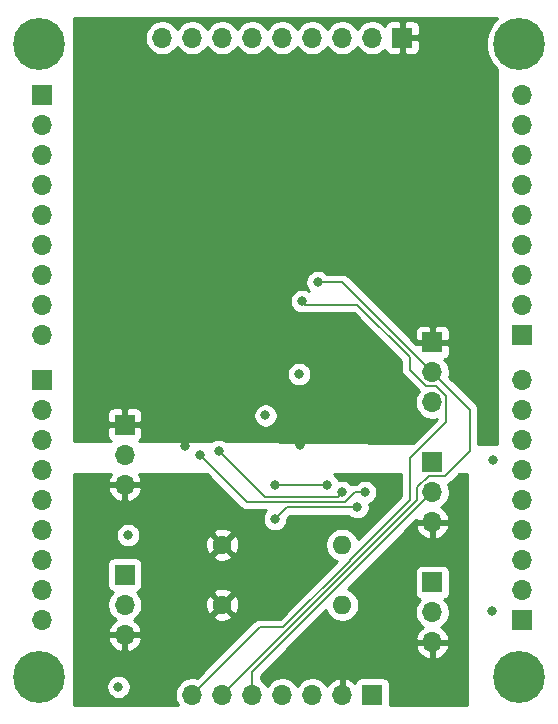
<source format=gbr>
%TF.GenerationSoftware,KiCad,Pcbnew,5.1.10*%
%TF.CreationDate,2021-09-02T21:39:33+02:00*%
%TF.ProjectId,pca9505-breakout.noqfn,70636139-3530-4352-9d62-7265616b6f75,rev?*%
%TF.SameCoordinates,Original*%
%TF.FileFunction,Copper,L4,Bot*%
%TF.FilePolarity,Positive*%
%FSLAX46Y46*%
G04 Gerber Fmt 4.6, Leading zero omitted, Abs format (unit mm)*
G04 Created by KiCad (PCBNEW 5.1.10) date 2021-09-02 21:39:33*
%MOMM*%
%LPD*%
G01*
G04 APERTURE LIST*
%TA.AperFunction,ComponentPad*%
%ADD10O,1.700000X1.700000*%
%TD*%
%TA.AperFunction,ComponentPad*%
%ADD11R,1.700000X1.700000*%
%TD*%
%TA.AperFunction,ComponentPad*%
%ADD12C,4.400000*%
%TD*%
%TA.AperFunction,ComponentPad*%
%ADD13C,0.700000*%
%TD*%
%TA.AperFunction,ComponentPad*%
%ADD14O,1.600000X1.600000*%
%TD*%
%TA.AperFunction,ComponentPad*%
%ADD15C,1.600000*%
%TD*%
%TA.AperFunction,ViaPad*%
%ADD16C,0.800000*%
%TD*%
%TA.AperFunction,Conductor*%
%ADD17C,0.200000*%
%TD*%
%TA.AperFunction,Conductor*%
%ADD18C,0.254000*%
%TD*%
%TA.AperFunction,Conductor*%
%ADD19C,0.100000*%
%TD*%
G04 APERTURE END LIST*
D10*
%TO.P,J5,9*%
%TO.N,/IO3_7*%
X195580000Y-68580000D03*
%TO.P,J5,8*%
%TO.N,/IO3_6*%
X195580000Y-71120000D03*
%TO.P,J5,7*%
%TO.N,/IO3_5*%
X195580000Y-73660000D03*
%TO.P,J5,6*%
%TO.N,/IO3_4*%
X195580000Y-76200000D03*
%TO.P,J5,5*%
%TO.N,/IO3_3*%
X195580000Y-78740000D03*
%TO.P,J5,4*%
%TO.N,/IO3_2*%
X195580000Y-81280000D03*
%TO.P,J5,3*%
%TO.N,/IO3_1*%
X195580000Y-83820000D03*
%TO.P,J5,2*%
%TO.N,/IO3_0*%
X195580000Y-86360000D03*
D11*
%TO.P,J5,1*%
%TO.N,GND*%
X195580000Y-88900000D03*
%TD*%
D10*
%TO.P,J4,9*%
%TO.N,/IO2_7*%
X195580000Y-92710000D03*
%TO.P,J4,8*%
%TO.N,/IO2_6*%
X195580000Y-95250000D03*
%TO.P,J4,7*%
%TO.N,/IO2_5*%
X195580000Y-97790000D03*
%TO.P,J4,6*%
%TO.N,/IO2_4*%
X195580000Y-100330000D03*
%TO.P,J4,5*%
%TO.N,/IO2_3*%
X195580000Y-102870000D03*
%TO.P,J4,4*%
%TO.N,/IO2_2*%
X195580000Y-105410000D03*
%TO.P,J4,3*%
%TO.N,/IO2_1*%
X195580000Y-107950000D03*
%TO.P,J4,2*%
%TO.N,/IO2_0*%
X195580000Y-110490000D03*
D11*
%TO.P,J4,1*%
%TO.N,GND*%
X195580000Y-113030000D03*
%TD*%
D10*
%TO.P,J6,9*%
%TO.N,/IO4_7*%
X165100000Y-63754000D03*
%TO.P,J6,8*%
%TO.N,/IO4_6*%
X167640000Y-63754000D03*
%TO.P,J6,7*%
%TO.N,/IO4_5*%
X170180000Y-63754000D03*
%TO.P,J6,6*%
%TO.N,/IO4_4*%
X172720000Y-63754000D03*
%TO.P,J6,5*%
%TO.N,/IO4_3*%
X175260000Y-63754000D03*
%TO.P,J6,4*%
%TO.N,/IO4_2*%
X177800000Y-63754000D03*
%TO.P,J6,3*%
%TO.N,/IO4_1*%
X180340000Y-63754000D03*
%TO.P,J6,2*%
%TO.N,/IO4_0*%
X182880000Y-63754000D03*
D11*
%TO.P,J6,1*%
%TO.N,GND*%
X185420000Y-63754000D03*
%TD*%
D10*
%TO.P,J3,9*%
%TO.N,/IO1_7*%
X154940000Y-113030000D03*
%TO.P,J3,8*%
%TO.N,/IO1_6*%
X154940000Y-110490000D03*
%TO.P,J3,7*%
%TO.N,/IO1_5*%
X154940000Y-107950000D03*
%TO.P,J3,6*%
%TO.N,/IO1_4*%
X154940000Y-105410000D03*
%TO.P,J3,5*%
%TO.N,/IO1_3*%
X154940000Y-102870000D03*
%TO.P,J3,4*%
%TO.N,/IO1_2*%
X154940000Y-100330000D03*
%TO.P,J3,3*%
%TO.N,/IO1_1*%
X154940000Y-97790000D03*
%TO.P,J3,2*%
%TO.N,/IO1_0*%
X154940000Y-95250000D03*
D11*
%TO.P,J3,1*%
%TO.N,GND*%
X154940000Y-92710000D03*
%TD*%
D10*
%TO.P,J2,9*%
%TO.N,/IO0_7*%
X154940000Y-88900000D03*
%TO.P,J2,8*%
%TO.N,/IO0_6*%
X154940000Y-86360000D03*
%TO.P,J2,7*%
%TO.N,/IO0_5*%
X154940000Y-83820000D03*
%TO.P,J2,6*%
%TO.N,/IO0_4*%
X154940000Y-81280000D03*
%TO.P,J2,5*%
%TO.N,/IO0_3*%
X154940000Y-78740000D03*
%TO.P,J2,4*%
%TO.N,/IO0_2*%
X154940000Y-76200000D03*
%TO.P,J2,3*%
%TO.N,/IO0_1*%
X154940000Y-73660000D03*
%TO.P,J2,2*%
%TO.N,/IO0_0*%
X154940000Y-71120000D03*
D11*
%TO.P,J2,1*%
%TO.N,GND*%
X154940000Y-68580000D03*
%TD*%
D12*
%TO.P,H3,1*%
%TO.N,N/C*%
X195326000Y-64262000D03*
D13*
X196976000Y-64262000D03*
X196492726Y-65428726D03*
X195326000Y-65912000D03*
X194159274Y-65428726D03*
X193676000Y-64262000D03*
X194159274Y-63095274D03*
X195326000Y-62612000D03*
X196492726Y-63095274D03*
%TD*%
D12*
%TO.P,H4,1*%
%TO.N,N/C*%
X195326000Y-117856000D03*
D13*
X196976000Y-117856000D03*
X196492726Y-119022726D03*
X195326000Y-119506000D03*
X194159274Y-119022726D03*
X193676000Y-117856000D03*
X194159274Y-116689274D03*
X195326000Y-116206000D03*
X196492726Y-116689274D03*
%TD*%
D12*
%TO.P,H1,1*%
%TO.N,N/C*%
X154686000Y-64262000D03*
D13*
X156336000Y-64262000D03*
X155852726Y-65428726D03*
X154686000Y-65912000D03*
X153519274Y-65428726D03*
X153036000Y-64262000D03*
X153519274Y-63095274D03*
X154686000Y-62612000D03*
X155852726Y-63095274D03*
%TD*%
D12*
%TO.P,H2,1*%
%TO.N,N/C*%
X154686000Y-117856000D03*
D13*
X156336000Y-117856000D03*
X155852726Y-119022726D03*
X154686000Y-119506000D03*
X153519274Y-119022726D03*
X153036000Y-117856000D03*
X153519274Y-116689274D03*
X154686000Y-116206000D03*
X155852726Y-116689274D03*
%TD*%
D14*
%TO.P,R2 1k6,2*%
%TO.N,/SDA*%
X180340000Y-106680000D03*
D15*
%TO.P,R2 1k6,1*%
%TO.N,Vcc*%
X170180000Y-106680000D03*
%TD*%
D14*
%TO.P,R1 1k6,2*%
%TO.N,/SCL*%
X180340000Y-111760000D03*
D15*
%TO.P,R1 1k6,1*%
%TO.N,Vcc*%
X170180000Y-111760000D03*
%TD*%
D10*
%TO.P,JP5,3*%
%TO.N,Vcc*%
X187960000Y-114935000D03*
%TO.P,JP5,2*%
%TO.N,/A2*%
X187960000Y-112395000D03*
D11*
%TO.P,JP5,1*%
%TO.N,GND*%
X187960000Y-109855000D03*
%TD*%
D10*
%TO.P,JP4,3*%
%TO.N,Vcc*%
X161925000Y-114300000D03*
%TO.P,JP4,2*%
%TO.N,/A1*%
X161925000Y-111760000D03*
D11*
%TO.P,JP4,1*%
%TO.N,GND*%
X161925000Y-109220000D03*
%TD*%
D10*
%TO.P,JP3,3*%
%TO.N,Vcc*%
X161925000Y-101600000D03*
%TO.P,JP3,2*%
%TO.N,/A0*%
X161925000Y-99060000D03*
D11*
%TO.P,JP3,1*%
%TO.N,GND*%
X161925000Y-96520000D03*
%TD*%
D10*
%TO.P,JP2,3*%
%TO.N,Vcc*%
X187960000Y-94615000D03*
%TO.P,JP2,2*%
%TO.N,/~RESET~*%
X187960000Y-92075000D03*
D11*
%TO.P,JP2,1*%
%TO.N,GND*%
X187960000Y-89535000D03*
%TD*%
D10*
%TO.P,JP1,3*%
%TO.N,Vcc*%
X187960000Y-104775000D03*
%TO.P,JP1,2*%
%TO.N,/~OE~*%
X187960000Y-102235000D03*
D11*
%TO.P,JP1,1*%
%TO.N,GND*%
X187960000Y-99695000D03*
%TD*%
D10*
%TO.P,J1,7*%
%TO.N,/~INT~*%
X167640000Y-119380000D03*
%TO.P,J1,6*%
%TO.N,/~RESET~*%
X170180000Y-119380000D03*
%TO.P,J1,5*%
%TO.N,/~OE~*%
X172720000Y-119380000D03*
%TO.P,J1,4*%
%TO.N,/SCL*%
X175260000Y-119380000D03*
%TO.P,J1,3*%
%TO.N,/SDA*%
X177800000Y-119380000D03*
%TO.P,J1,2*%
%TO.N,Vcc*%
X180340000Y-119380000D03*
D11*
%TO.P,J1,1*%
%TO.N,GND*%
X182880000Y-119380000D03*
%TD*%
D16*
%TO.N,/~INT~*%
X176949100Y-86055200D03*
%TO.N,/~RESET~*%
X178260000Y-84455000D03*
%TO.N,GND*%
X176725000Y-98230000D03*
X176685000Y-95730000D03*
X173835000Y-92230000D03*
X173795000Y-89730000D03*
X176530000Y-88900000D03*
X167043100Y-98348800D03*
X159029400Y-63411100D03*
X160528000Y-72136000D03*
X163537900Y-77355700D03*
X169672000Y-80772000D03*
X172720000Y-80772000D03*
X189992000Y-65024000D03*
X187960000Y-68326000D03*
X185928000Y-72136000D03*
X186283600Y-76593700D03*
X185928000Y-80772000D03*
X179324000Y-75184000D03*
X177571400Y-72478900D03*
X193040000Y-112268000D03*
X193116200Y-99529900D03*
X162217100Y-105867200D03*
X161391600Y-118706900D03*
%TO.N,Vcc*%
X176685000Y-92230000D03*
X173835000Y-95730000D03*
X184937400Y-113652300D03*
X179946300Y-114592100D03*
X170281600Y-114782600D03*
X170091100Y-109105700D03*
X169722800Y-102247700D03*
%TO.N,/IO2_3*%
X168275000Y-99060000D03*
X182245000Y-102235000D03*
%TO.N,/IO2_2*%
X181610000Y-103505000D03*
X174625000Y-104521000D03*
%TO.N,/IO2_1*%
X169875000Y-98730000D03*
X180340000Y-102235000D03*
%TO.N,/IO2_0*%
X174625000Y-101600000D03*
X179070000Y-101600000D03*
%TD*%
D17*
%TO.N,/~INT~*%
X177165000Y-86360000D02*
X181610000Y-86360000D01*
X181610000Y-86360000D02*
X186055000Y-90805000D01*
X180975000Y-107950000D02*
X180975000Y-108019302D01*
X186055000Y-102870000D02*
X180975000Y-107950000D01*
X180975000Y-108019302D02*
X175329302Y-113665000D01*
X173355000Y-113665000D02*
X167640000Y-119380000D01*
X175329302Y-113665000D02*
X173355000Y-113665000D01*
X186055000Y-91872002D02*
X186055000Y-90805000D01*
X188272003Y-93225001D02*
X187407999Y-93225001D01*
X189110001Y-94062999D02*
X188272003Y-93225001D01*
X189110001Y-96304997D02*
X189110001Y-94062999D01*
X186055000Y-99359998D02*
X189110001Y-96304997D01*
X187407999Y-93225001D02*
X186055000Y-91872002D01*
X186055000Y-102870000D02*
X186055000Y-99359998D01*
X176949100Y-86144100D02*
X177165000Y-86360000D01*
X176949100Y-86055200D02*
X176949100Y-86144100D01*
%TO.N,/~RESET~*%
X182420000Y-86535000D02*
X187960000Y-92075000D01*
X170180000Y-119380000D02*
X186690000Y-102870000D01*
X189050001Y-100845001D02*
X191135000Y-98760002D01*
X187647997Y-100845001D02*
X189050001Y-100845001D01*
X186690000Y-101802998D02*
X187647997Y-100845001D01*
X186690000Y-102870000D02*
X186690000Y-101802998D01*
X191135000Y-95250000D02*
X187960000Y-92075000D01*
X191135000Y-98760002D02*
X191135000Y-95250000D01*
X178260000Y-84455000D02*
X180340000Y-84455000D01*
X180340000Y-84455000D02*
X187960000Y-92075000D01*
%TO.N,/~OE~*%
X172720000Y-117475000D02*
X172720000Y-119380000D01*
X187960000Y-102235000D02*
X172720000Y-117475000D01*
%TO.N,/IO2_3*%
X172250009Y-103035009D02*
X168275000Y-99060000D01*
X180575993Y-103035009D02*
X172250009Y-103035009D01*
X181376002Y-102235000D02*
X180575993Y-103035009D01*
X182245000Y-102235000D02*
X181376002Y-102235000D01*
%TO.N,/IO2_2*%
X181610000Y-103505000D02*
X175641000Y-103505000D01*
X174625000Y-104521000D02*
X175641000Y-103505000D01*
%TO.N,/IO2_1*%
X179940001Y-102634999D02*
X173779999Y-102634999D01*
X173779999Y-102634999D02*
X169875000Y-98730000D01*
X180340000Y-102235000D02*
X179940001Y-102634999D01*
%TO.N,/IO2_0*%
X174625000Y-101600000D02*
X179070000Y-101600000D01*
%TD*%
D18*
%TO.N,Vcc*%
X190881000Y-120269000D02*
X184364231Y-120269000D01*
X184368072Y-120230000D01*
X184368072Y-118530000D01*
X184355812Y-118405518D01*
X184319502Y-118285820D01*
X184260537Y-118175506D01*
X184181185Y-118078815D01*
X184084494Y-117999463D01*
X183974180Y-117940498D01*
X183854482Y-117904188D01*
X183730000Y-117891928D01*
X182030000Y-117891928D01*
X181905518Y-117904188D01*
X181785820Y-117940498D01*
X181675506Y-117999463D01*
X181578815Y-118078815D01*
X181499463Y-118175506D01*
X181440498Y-118285820D01*
X181416034Y-118366466D01*
X181340269Y-118282412D01*
X181106920Y-118108359D01*
X180844099Y-117983175D01*
X180696890Y-117938524D01*
X180467000Y-118059845D01*
X180467000Y-119253000D01*
X180487000Y-119253000D01*
X180487000Y-119507000D01*
X180467000Y-119507000D01*
X180467000Y-119527000D01*
X180213000Y-119527000D01*
X180213000Y-119507000D01*
X180193000Y-119507000D01*
X180193000Y-119253000D01*
X180213000Y-119253000D01*
X180213000Y-118059845D01*
X179983110Y-117938524D01*
X179835901Y-117983175D01*
X179573080Y-118108359D01*
X179339731Y-118282412D01*
X179144822Y-118498645D01*
X179075195Y-118615534D01*
X178953475Y-118433368D01*
X178746632Y-118226525D01*
X178503411Y-118064010D01*
X178233158Y-117952068D01*
X177946260Y-117895000D01*
X177653740Y-117895000D01*
X177366842Y-117952068D01*
X177096589Y-118064010D01*
X176853368Y-118226525D01*
X176646525Y-118433368D01*
X176530000Y-118607760D01*
X176413475Y-118433368D01*
X176206632Y-118226525D01*
X175963411Y-118064010D01*
X175693158Y-117952068D01*
X175406260Y-117895000D01*
X175113740Y-117895000D01*
X174826842Y-117952068D01*
X174556589Y-118064010D01*
X174313368Y-118226525D01*
X174106525Y-118433368D01*
X173990000Y-118607760D01*
X173873475Y-118433368D01*
X173666632Y-118226525D01*
X173455000Y-118085117D01*
X173455000Y-117779446D01*
X175942556Y-115291890D01*
X186518524Y-115291890D01*
X186563175Y-115439099D01*
X186688359Y-115701920D01*
X186862412Y-115935269D01*
X187078645Y-116130178D01*
X187328748Y-116279157D01*
X187603109Y-116376481D01*
X187833000Y-116255814D01*
X187833000Y-115062000D01*
X188087000Y-115062000D01*
X188087000Y-116255814D01*
X188316891Y-116376481D01*
X188591252Y-116279157D01*
X188841355Y-116130178D01*
X189057588Y-115935269D01*
X189231641Y-115701920D01*
X189356825Y-115439099D01*
X189401476Y-115291890D01*
X189280155Y-115062000D01*
X188087000Y-115062000D01*
X187833000Y-115062000D01*
X186639845Y-115062000D01*
X186518524Y-115291890D01*
X175942556Y-115291890D01*
X178988184Y-112246262D01*
X179068320Y-112439727D01*
X179225363Y-112674759D01*
X179425241Y-112874637D01*
X179660273Y-113031680D01*
X179921426Y-113139853D01*
X180198665Y-113195000D01*
X180481335Y-113195000D01*
X180758574Y-113139853D01*
X181019727Y-113031680D01*
X181254759Y-112874637D01*
X181454637Y-112674759D01*
X181611680Y-112439727D01*
X181719853Y-112178574D01*
X181775000Y-111901335D01*
X181775000Y-111618665D01*
X181719853Y-111341426D01*
X181611680Y-111080273D01*
X181454637Y-110845241D01*
X181254759Y-110645363D01*
X181019727Y-110488320D01*
X180826262Y-110408184D01*
X182229446Y-109005000D01*
X186471928Y-109005000D01*
X186471928Y-110705000D01*
X186484188Y-110829482D01*
X186520498Y-110949180D01*
X186579463Y-111059494D01*
X186658815Y-111156185D01*
X186755506Y-111235537D01*
X186865820Y-111294502D01*
X186938380Y-111316513D01*
X186806525Y-111448368D01*
X186644010Y-111691589D01*
X186532068Y-111961842D01*
X186475000Y-112248740D01*
X186475000Y-112541260D01*
X186532068Y-112828158D01*
X186644010Y-113098411D01*
X186806525Y-113341632D01*
X187013368Y-113548475D01*
X187195534Y-113670195D01*
X187078645Y-113739822D01*
X186862412Y-113934731D01*
X186688359Y-114168080D01*
X186563175Y-114430901D01*
X186518524Y-114578110D01*
X186639845Y-114808000D01*
X187833000Y-114808000D01*
X187833000Y-114788000D01*
X188087000Y-114788000D01*
X188087000Y-114808000D01*
X189280155Y-114808000D01*
X189401476Y-114578110D01*
X189356825Y-114430901D01*
X189231641Y-114168080D01*
X189057588Y-113934731D01*
X188841355Y-113739822D01*
X188724466Y-113670195D01*
X188906632Y-113548475D01*
X189113475Y-113341632D01*
X189275990Y-113098411D01*
X189387932Y-112828158D01*
X189445000Y-112541260D01*
X189445000Y-112248740D01*
X189387932Y-111961842D01*
X189275990Y-111691589D01*
X189113475Y-111448368D01*
X188981620Y-111316513D01*
X189054180Y-111294502D01*
X189164494Y-111235537D01*
X189261185Y-111156185D01*
X189340537Y-111059494D01*
X189399502Y-110949180D01*
X189435812Y-110829482D01*
X189448072Y-110705000D01*
X189448072Y-109005000D01*
X189435812Y-108880518D01*
X189399502Y-108760820D01*
X189340537Y-108650506D01*
X189261185Y-108553815D01*
X189164494Y-108474463D01*
X189054180Y-108415498D01*
X188934482Y-108379188D01*
X188810000Y-108366928D01*
X187110000Y-108366928D01*
X186985518Y-108379188D01*
X186865820Y-108415498D01*
X186755506Y-108474463D01*
X186658815Y-108553815D01*
X186579463Y-108650506D01*
X186520498Y-108760820D01*
X186484188Y-108880518D01*
X186471928Y-109005000D01*
X182229446Y-109005000D01*
X186102556Y-105131890D01*
X186518524Y-105131890D01*
X186563175Y-105279099D01*
X186688359Y-105541920D01*
X186862412Y-105775269D01*
X187078645Y-105970178D01*
X187328748Y-106119157D01*
X187603109Y-106216481D01*
X187833000Y-106095814D01*
X187833000Y-104902000D01*
X188087000Y-104902000D01*
X188087000Y-106095814D01*
X188316891Y-106216481D01*
X188591252Y-106119157D01*
X188841355Y-105970178D01*
X189057588Y-105775269D01*
X189231641Y-105541920D01*
X189356825Y-105279099D01*
X189401476Y-105131890D01*
X189280155Y-104902000D01*
X188087000Y-104902000D01*
X187833000Y-104902000D01*
X186639845Y-104902000D01*
X186518524Y-105131890D01*
X186102556Y-105131890D01*
X186621399Y-104613048D01*
X186639845Y-104648000D01*
X187833000Y-104648000D01*
X187833000Y-104628000D01*
X188087000Y-104628000D01*
X188087000Y-104648000D01*
X189280155Y-104648000D01*
X189401476Y-104418110D01*
X189356825Y-104270901D01*
X189231641Y-104008080D01*
X189057588Y-103774731D01*
X188841355Y-103579822D01*
X188724466Y-103510195D01*
X188906632Y-103388475D01*
X189113475Y-103181632D01*
X189275990Y-102938411D01*
X189387932Y-102668158D01*
X189445000Y-102381260D01*
X189445000Y-102088740D01*
X189387932Y-101801842D01*
X189280749Y-101543077D01*
X189332634Y-101527338D01*
X189460321Y-101459088D01*
X189572239Y-101367239D01*
X189595259Y-101339189D01*
X190223448Y-100711000D01*
X190881000Y-100711000D01*
X190881000Y-120269000D01*
%TA.AperFunction,Conductor*%
D19*
G36*
X190881000Y-120269000D02*
G01*
X184364231Y-120269000D01*
X184368072Y-120230000D01*
X184368072Y-118530000D01*
X184355812Y-118405518D01*
X184319502Y-118285820D01*
X184260537Y-118175506D01*
X184181185Y-118078815D01*
X184084494Y-117999463D01*
X183974180Y-117940498D01*
X183854482Y-117904188D01*
X183730000Y-117891928D01*
X182030000Y-117891928D01*
X181905518Y-117904188D01*
X181785820Y-117940498D01*
X181675506Y-117999463D01*
X181578815Y-118078815D01*
X181499463Y-118175506D01*
X181440498Y-118285820D01*
X181416034Y-118366466D01*
X181340269Y-118282412D01*
X181106920Y-118108359D01*
X180844099Y-117983175D01*
X180696890Y-117938524D01*
X180467000Y-118059845D01*
X180467000Y-119253000D01*
X180487000Y-119253000D01*
X180487000Y-119507000D01*
X180467000Y-119507000D01*
X180467000Y-119527000D01*
X180213000Y-119527000D01*
X180213000Y-119507000D01*
X180193000Y-119507000D01*
X180193000Y-119253000D01*
X180213000Y-119253000D01*
X180213000Y-118059845D01*
X179983110Y-117938524D01*
X179835901Y-117983175D01*
X179573080Y-118108359D01*
X179339731Y-118282412D01*
X179144822Y-118498645D01*
X179075195Y-118615534D01*
X178953475Y-118433368D01*
X178746632Y-118226525D01*
X178503411Y-118064010D01*
X178233158Y-117952068D01*
X177946260Y-117895000D01*
X177653740Y-117895000D01*
X177366842Y-117952068D01*
X177096589Y-118064010D01*
X176853368Y-118226525D01*
X176646525Y-118433368D01*
X176530000Y-118607760D01*
X176413475Y-118433368D01*
X176206632Y-118226525D01*
X175963411Y-118064010D01*
X175693158Y-117952068D01*
X175406260Y-117895000D01*
X175113740Y-117895000D01*
X174826842Y-117952068D01*
X174556589Y-118064010D01*
X174313368Y-118226525D01*
X174106525Y-118433368D01*
X173990000Y-118607760D01*
X173873475Y-118433368D01*
X173666632Y-118226525D01*
X173455000Y-118085117D01*
X173455000Y-117779446D01*
X175942556Y-115291890D01*
X186518524Y-115291890D01*
X186563175Y-115439099D01*
X186688359Y-115701920D01*
X186862412Y-115935269D01*
X187078645Y-116130178D01*
X187328748Y-116279157D01*
X187603109Y-116376481D01*
X187833000Y-116255814D01*
X187833000Y-115062000D01*
X188087000Y-115062000D01*
X188087000Y-116255814D01*
X188316891Y-116376481D01*
X188591252Y-116279157D01*
X188841355Y-116130178D01*
X189057588Y-115935269D01*
X189231641Y-115701920D01*
X189356825Y-115439099D01*
X189401476Y-115291890D01*
X189280155Y-115062000D01*
X188087000Y-115062000D01*
X187833000Y-115062000D01*
X186639845Y-115062000D01*
X186518524Y-115291890D01*
X175942556Y-115291890D01*
X178988184Y-112246262D01*
X179068320Y-112439727D01*
X179225363Y-112674759D01*
X179425241Y-112874637D01*
X179660273Y-113031680D01*
X179921426Y-113139853D01*
X180198665Y-113195000D01*
X180481335Y-113195000D01*
X180758574Y-113139853D01*
X181019727Y-113031680D01*
X181254759Y-112874637D01*
X181454637Y-112674759D01*
X181611680Y-112439727D01*
X181719853Y-112178574D01*
X181775000Y-111901335D01*
X181775000Y-111618665D01*
X181719853Y-111341426D01*
X181611680Y-111080273D01*
X181454637Y-110845241D01*
X181254759Y-110645363D01*
X181019727Y-110488320D01*
X180826262Y-110408184D01*
X182229446Y-109005000D01*
X186471928Y-109005000D01*
X186471928Y-110705000D01*
X186484188Y-110829482D01*
X186520498Y-110949180D01*
X186579463Y-111059494D01*
X186658815Y-111156185D01*
X186755506Y-111235537D01*
X186865820Y-111294502D01*
X186938380Y-111316513D01*
X186806525Y-111448368D01*
X186644010Y-111691589D01*
X186532068Y-111961842D01*
X186475000Y-112248740D01*
X186475000Y-112541260D01*
X186532068Y-112828158D01*
X186644010Y-113098411D01*
X186806525Y-113341632D01*
X187013368Y-113548475D01*
X187195534Y-113670195D01*
X187078645Y-113739822D01*
X186862412Y-113934731D01*
X186688359Y-114168080D01*
X186563175Y-114430901D01*
X186518524Y-114578110D01*
X186639845Y-114808000D01*
X187833000Y-114808000D01*
X187833000Y-114788000D01*
X188087000Y-114788000D01*
X188087000Y-114808000D01*
X189280155Y-114808000D01*
X189401476Y-114578110D01*
X189356825Y-114430901D01*
X189231641Y-114168080D01*
X189057588Y-113934731D01*
X188841355Y-113739822D01*
X188724466Y-113670195D01*
X188906632Y-113548475D01*
X189113475Y-113341632D01*
X189275990Y-113098411D01*
X189387932Y-112828158D01*
X189445000Y-112541260D01*
X189445000Y-112248740D01*
X189387932Y-111961842D01*
X189275990Y-111691589D01*
X189113475Y-111448368D01*
X188981620Y-111316513D01*
X189054180Y-111294502D01*
X189164494Y-111235537D01*
X189261185Y-111156185D01*
X189340537Y-111059494D01*
X189399502Y-110949180D01*
X189435812Y-110829482D01*
X189448072Y-110705000D01*
X189448072Y-109005000D01*
X189435812Y-108880518D01*
X189399502Y-108760820D01*
X189340537Y-108650506D01*
X189261185Y-108553815D01*
X189164494Y-108474463D01*
X189054180Y-108415498D01*
X188934482Y-108379188D01*
X188810000Y-108366928D01*
X187110000Y-108366928D01*
X186985518Y-108379188D01*
X186865820Y-108415498D01*
X186755506Y-108474463D01*
X186658815Y-108553815D01*
X186579463Y-108650506D01*
X186520498Y-108760820D01*
X186484188Y-108880518D01*
X186471928Y-109005000D01*
X182229446Y-109005000D01*
X186102556Y-105131890D01*
X186518524Y-105131890D01*
X186563175Y-105279099D01*
X186688359Y-105541920D01*
X186862412Y-105775269D01*
X187078645Y-105970178D01*
X187328748Y-106119157D01*
X187603109Y-106216481D01*
X187833000Y-106095814D01*
X187833000Y-104902000D01*
X188087000Y-104902000D01*
X188087000Y-106095814D01*
X188316891Y-106216481D01*
X188591252Y-106119157D01*
X188841355Y-105970178D01*
X189057588Y-105775269D01*
X189231641Y-105541920D01*
X189356825Y-105279099D01*
X189401476Y-105131890D01*
X189280155Y-104902000D01*
X188087000Y-104902000D01*
X187833000Y-104902000D01*
X186639845Y-104902000D01*
X186518524Y-105131890D01*
X186102556Y-105131890D01*
X186621399Y-104613048D01*
X186639845Y-104648000D01*
X187833000Y-104648000D01*
X187833000Y-104628000D01*
X188087000Y-104628000D01*
X188087000Y-104648000D01*
X189280155Y-104648000D01*
X189401476Y-104418110D01*
X189356825Y-104270901D01*
X189231641Y-104008080D01*
X189057588Y-103774731D01*
X188841355Y-103579822D01*
X188724466Y-103510195D01*
X188906632Y-103388475D01*
X189113475Y-103181632D01*
X189275990Y-102938411D01*
X189387932Y-102668158D01*
X189445000Y-102381260D01*
X189445000Y-102088740D01*
X189387932Y-101801842D01*
X189280749Y-101543077D01*
X189332634Y-101527338D01*
X189460321Y-101459088D01*
X189572239Y-101367239D01*
X189595259Y-101339189D01*
X190223448Y-100711000D01*
X190881000Y-100711000D01*
X190881000Y-120269000D01*
G37*
%TD.AperFunction*%
D18*
X160653359Y-100833080D02*
X160528175Y-101095901D01*
X160483524Y-101243110D01*
X160604845Y-101473000D01*
X161798000Y-101473000D01*
X161798000Y-101453000D01*
X162052000Y-101453000D01*
X162052000Y-101473000D01*
X163245155Y-101473000D01*
X163366476Y-101243110D01*
X163321825Y-101095901D01*
X163196641Y-100833080D01*
X163105583Y-100711000D01*
X168886554Y-100711000D01*
X171704755Y-103529202D01*
X171727771Y-103557247D01*
X171755815Y-103580262D01*
X171839689Y-103649096D01*
X171967375Y-103717346D01*
X172105924Y-103759374D01*
X172250009Y-103773565D01*
X172286114Y-103770009D01*
X173912280Y-103770009D01*
X173821063Y-103861226D01*
X173707795Y-104030744D01*
X173629774Y-104219102D01*
X173590000Y-104419061D01*
X173590000Y-104622939D01*
X173629774Y-104822898D01*
X173707795Y-105011256D01*
X173821063Y-105180774D01*
X173965226Y-105324937D01*
X174134744Y-105438205D01*
X174323102Y-105516226D01*
X174523061Y-105556000D01*
X174726939Y-105556000D01*
X174926898Y-105516226D01*
X175115256Y-105438205D01*
X175284774Y-105324937D01*
X175428937Y-105180774D01*
X175542205Y-105011256D01*
X175620226Y-104822898D01*
X175660000Y-104622939D01*
X175660000Y-104525447D01*
X175945447Y-104240000D01*
X180881289Y-104240000D01*
X180950226Y-104308937D01*
X181119744Y-104422205D01*
X181308102Y-104500226D01*
X181508061Y-104540000D01*
X181711939Y-104540000D01*
X181911898Y-104500226D01*
X182100256Y-104422205D01*
X182269774Y-104308937D01*
X182413937Y-104164774D01*
X182527205Y-103995256D01*
X182605226Y-103806898D01*
X182645000Y-103606939D01*
X182645000Y-103403061D01*
X182605771Y-103205840D01*
X182735256Y-103152205D01*
X182904774Y-103038937D01*
X183048937Y-102894774D01*
X183162205Y-102725256D01*
X183240226Y-102536898D01*
X183280000Y-102336939D01*
X183280000Y-102133061D01*
X183240226Y-101933102D01*
X183162205Y-101744744D01*
X183048937Y-101575226D01*
X182904774Y-101431063D01*
X182735256Y-101317795D01*
X182546898Y-101239774D01*
X182346939Y-101200000D01*
X182143061Y-101200000D01*
X181943102Y-101239774D01*
X181754744Y-101317795D01*
X181585226Y-101431063D01*
X181516289Y-101500000D01*
X181412107Y-101500000D01*
X181376002Y-101496444D01*
X181231917Y-101510635D01*
X181114856Y-101546145D01*
X180999774Y-101431063D01*
X180830256Y-101317795D01*
X180641898Y-101239774D01*
X180441939Y-101200000D01*
X180238061Y-101200000D01*
X180040840Y-101239229D01*
X179987205Y-101109744D01*
X179873937Y-100940226D01*
X179729774Y-100796063D01*
X179602468Y-100711000D01*
X185320001Y-100711000D01*
X185320000Y-102565553D01*
X181691816Y-106193738D01*
X181611680Y-106000273D01*
X181454637Y-105765241D01*
X181254759Y-105565363D01*
X181019727Y-105408320D01*
X180758574Y-105300147D01*
X180481335Y-105245000D01*
X180198665Y-105245000D01*
X179921426Y-105300147D01*
X179660273Y-105408320D01*
X179425241Y-105565363D01*
X179225363Y-105765241D01*
X179068320Y-106000273D01*
X178960147Y-106261426D01*
X178905000Y-106538665D01*
X178905000Y-106821335D01*
X178960147Y-107098574D01*
X179068320Y-107359727D01*
X179225363Y-107594759D01*
X179425241Y-107794637D01*
X179660273Y-107951680D01*
X179902741Y-108052114D01*
X175024856Y-112930000D01*
X173391105Y-112930000D01*
X173355000Y-112926444D01*
X173210915Y-112940635D01*
X173072366Y-112982663D01*
X172980662Y-113031680D01*
X172944680Y-113050913D01*
X172832762Y-113142762D01*
X172809746Y-113170807D01*
X168035897Y-117944656D01*
X167786260Y-117895000D01*
X167493740Y-117895000D01*
X167206842Y-117952068D01*
X166936589Y-118064010D01*
X166693368Y-118226525D01*
X166486525Y-118433368D01*
X166324010Y-118676589D01*
X166212068Y-118946842D01*
X166155000Y-119233740D01*
X166155000Y-119526260D01*
X166212068Y-119813158D01*
X166324010Y-120083411D01*
X166448017Y-120269000D01*
X157607000Y-120269000D01*
X157607000Y-118604961D01*
X160356600Y-118604961D01*
X160356600Y-118808839D01*
X160396374Y-119008798D01*
X160474395Y-119197156D01*
X160587663Y-119366674D01*
X160731826Y-119510837D01*
X160901344Y-119624105D01*
X161089702Y-119702126D01*
X161289661Y-119741900D01*
X161493539Y-119741900D01*
X161693498Y-119702126D01*
X161881856Y-119624105D01*
X162051374Y-119510837D01*
X162195537Y-119366674D01*
X162308805Y-119197156D01*
X162386826Y-119008798D01*
X162426600Y-118808839D01*
X162426600Y-118604961D01*
X162386826Y-118405002D01*
X162308805Y-118216644D01*
X162195537Y-118047126D01*
X162051374Y-117902963D01*
X161881856Y-117789695D01*
X161693498Y-117711674D01*
X161493539Y-117671900D01*
X161289661Y-117671900D01*
X161089702Y-117711674D01*
X160901344Y-117789695D01*
X160731826Y-117902963D01*
X160587663Y-118047126D01*
X160474395Y-118216644D01*
X160396374Y-118405002D01*
X160356600Y-118604961D01*
X157607000Y-118604961D01*
X157607000Y-114656890D01*
X160483524Y-114656890D01*
X160528175Y-114804099D01*
X160653359Y-115066920D01*
X160827412Y-115300269D01*
X161043645Y-115495178D01*
X161293748Y-115644157D01*
X161568109Y-115741481D01*
X161798000Y-115620814D01*
X161798000Y-114427000D01*
X162052000Y-114427000D01*
X162052000Y-115620814D01*
X162281891Y-115741481D01*
X162556252Y-115644157D01*
X162806355Y-115495178D01*
X163022588Y-115300269D01*
X163196641Y-115066920D01*
X163321825Y-114804099D01*
X163366476Y-114656890D01*
X163245155Y-114427000D01*
X162052000Y-114427000D01*
X161798000Y-114427000D01*
X160604845Y-114427000D01*
X160483524Y-114656890D01*
X157607000Y-114656890D01*
X157607000Y-108370000D01*
X160436928Y-108370000D01*
X160436928Y-110070000D01*
X160449188Y-110194482D01*
X160485498Y-110314180D01*
X160544463Y-110424494D01*
X160623815Y-110521185D01*
X160720506Y-110600537D01*
X160830820Y-110659502D01*
X160903380Y-110681513D01*
X160771525Y-110813368D01*
X160609010Y-111056589D01*
X160497068Y-111326842D01*
X160440000Y-111613740D01*
X160440000Y-111906260D01*
X160497068Y-112193158D01*
X160609010Y-112463411D01*
X160771525Y-112706632D01*
X160978368Y-112913475D01*
X161160534Y-113035195D01*
X161043645Y-113104822D01*
X160827412Y-113299731D01*
X160653359Y-113533080D01*
X160528175Y-113795901D01*
X160483524Y-113943110D01*
X160604845Y-114173000D01*
X161798000Y-114173000D01*
X161798000Y-114153000D01*
X162052000Y-114153000D01*
X162052000Y-114173000D01*
X163245155Y-114173000D01*
X163366476Y-113943110D01*
X163321825Y-113795901D01*
X163196641Y-113533080D01*
X163022588Y-113299731D01*
X162806355Y-113104822D01*
X162689466Y-113035195D01*
X162871632Y-112913475D01*
X163032405Y-112752702D01*
X169366903Y-112752702D01*
X169438486Y-112996671D01*
X169693996Y-113117571D01*
X169968184Y-113186300D01*
X170250512Y-113200217D01*
X170530130Y-113158787D01*
X170796292Y-113063603D01*
X170921514Y-112996671D01*
X170993097Y-112752702D01*
X170180000Y-111939605D01*
X169366903Y-112752702D01*
X163032405Y-112752702D01*
X163078475Y-112706632D01*
X163240990Y-112463411D01*
X163352932Y-112193158D01*
X163410000Y-111906260D01*
X163410000Y-111830512D01*
X168739783Y-111830512D01*
X168781213Y-112110130D01*
X168876397Y-112376292D01*
X168943329Y-112501514D01*
X169187298Y-112573097D01*
X170000395Y-111760000D01*
X170359605Y-111760000D01*
X171172702Y-112573097D01*
X171416671Y-112501514D01*
X171537571Y-112246004D01*
X171606300Y-111971816D01*
X171620217Y-111689488D01*
X171578787Y-111409870D01*
X171483603Y-111143708D01*
X171416671Y-111018486D01*
X171172702Y-110946903D01*
X170359605Y-111760000D01*
X170000395Y-111760000D01*
X169187298Y-110946903D01*
X168943329Y-111018486D01*
X168822429Y-111273996D01*
X168753700Y-111548184D01*
X168739783Y-111830512D01*
X163410000Y-111830512D01*
X163410000Y-111613740D01*
X163352932Y-111326842D01*
X163240990Y-111056589D01*
X163078475Y-110813368D01*
X163032405Y-110767298D01*
X169366903Y-110767298D01*
X170180000Y-111580395D01*
X170993097Y-110767298D01*
X170921514Y-110523329D01*
X170666004Y-110402429D01*
X170391816Y-110333700D01*
X170109488Y-110319783D01*
X169829870Y-110361213D01*
X169563708Y-110456397D01*
X169438486Y-110523329D01*
X169366903Y-110767298D01*
X163032405Y-110767298D01*
X162946620Y-110681513D01*
X163019180Y-110659502D01*
X163129494Y-110600537D01*
X163226185Y-110521185D01*
X163305537Y-110424494D01*
X163364502Y-110314180D01*
X163400812Y-110194482D01*
X163413072Y-110070000D01*
X163413072Y-108370000D01*
X163400812Y-108245518D01*
X163364502Y-108125820D01*
X163305537Y-108015506D01*
X163226185Y-107918815D01*
X163129494Y-107839463D01*
X163019180Y-107780498D01*
X162899482Y-107744188D01*
X162775000Y-107731928D01*
X161075000Y-107731928D01*
X160950518Y-107744188D01*
X160830820Y-107780498D01*
X160720506Y-107839463D01*
X160623815Y-107918815D01*
X160544463Y-108015506D01*
X160485498Y-108125820D01*
X160449188Y-108245518D01*
X160436928Y-108370000D01*
X157607000Y-108370000D01*
X157607000Y-107672702D01*
X169366903Y-107672702D01*
X169438486Y-107916671D01*
X169693996Y-108037571D01*
X169968184Y-108106300D01*
X170250512Y-108120217D01*
X170530130Y-108078787D01*
X170796292Y-107983603D01*
X170921514Y-107916671D01*
X170993097Y-107672702D01*
X170180000Y-106859605D01*
X169366903Y-107672702D01*
X157607000Y-107672702D01*
X157607000Y-105765261D01*
X161182100Y-105765261D01*
X161182100Y-105969139D01*
X161221874Y-106169098D01*
X161299895Y-106357456D01*
X161413163Y-106526974D01*
X161557326Y-106671137D01*
X161726844Y-106784405D01*
X161915202Y-106862426D01*
X162115161Y-106902200D01*
X162319039Y-106902200D01*
X162518998Y-106862426D01*
X162707356Y-106784405D01*
X162758080Y-106750512D01*
X168739783Y-106750512D01*
X168781213Y-107030130D01*
X168876397Y-107296292D01*
X168943329Y-107421514D01*
X169187298Y-107493097D01*
X170000395Y-106680000D01*
X170359605Y-106680000D01*
X171172702Y-107493097D01*
X171416671Y-107421514D01*
X171537571Y-107166004D01*
X171606300Y-106891816D01*
X171620217Y-106609488D01*
X171578787Y-106329870D01*
X171483603Y-106063708D01*
X171416671Y-105938486D01*
X171172702Y-105866903D01*
X170359605Y-106680000D01*
X170000395Y-106680000D01*
X169187298Y-105866903D01*
X168943329Y-105938486D01*
X168822429Y-106193996D01*
X168753700Y-106468184D01*
X168739783Y-106750512D01*
X162758080Y-106750512D01*
X162876874Y-106671137D01*
X163021037Y-106526974D01*
X163134305Y-106357456D01*
X163212326Y-106169098D01*
X163252100Y-105969139D01*
X163252100Y-105765261D01*
X163236593Y-105687298D01*
X169366903Y-105687298D01*
X170180000Y-106500395D01*
X170993097Y-105687298D01*
X170921514Y-105443329D01*
X170666004Y-105322429D01*
X170391816Y-105253700D01*
X170109488Y-105239783D01*
X169829870Y-105281213D01*
X169563708Y-105376397D01*
X169438486Y-105443329D01*
X169366903Y-105687298D01*
X163236593Y-105687298D01*
X163212326Y-105565302D01*
X163134305Y-105376944D01*
X163021037Y-105207426D01*
X162876874Y-105063263D01*
X162707356Y-104949995D01*
X162518998Y-104871974D01*
X162319039Y-104832200D01*
X162115161Y-104832200D01*
X161915202Y-104871974D01*
X161726844Y-104949995D01*
X161557326Y-105063263D01*
X161413163Y-105207426D01*
X161299895Y-105376944D01*
X161221874Y-105565302D01*
X161182100Y-105765261D01*
X157607000Y-105765261D01*
X157607000Y-101956890D01*
X160483524Y-101956890D01*
X160528175Y-102104099D01*
X160653359Y-102366920D01*
X160827412Y-102600269D01*
X161043645Y-102795178D01*
X161293748Y-102944157D01*
X161568109Y-103041481D01*
X161798000Y-102920814D01*
X161798000Y-101727000D01*
X162052000Y-101727000D01*
X162052000Y-102920814D01*
X162281891Y-103041481D01*
X162556252Y-102944157D01*
X162806355Y-102795178D01*
X163022588Y-102600269D01*
X163196641Y-102366920D01*
X163321825Y-102104099D01*
X163366476Y-101956890D01*
X163245155Y-101727000D01*
X162052000Y-101727000D01*
X161798000Y-101727000D01*
X160604845Y-101727000D01*
X160483524Y-101956890D01*
X157607000Y-101956890D01*
X157607000Y-100711000D01*
X160744417Y-100711000D01*
X160653359Y-100833080D01*
%TA.AperFunction,Conductor*%
D19*
G36*
X160653359Y-100833080D02*
G01*
X160528175Y-101095901D01*
X160483524Y-101243110D01*
X160604845Y-101473000D01*
X161798000Y-101473000D01*
X161798000Y-101453000D01*
X162052000Y-101453000D01*
X162052000Y-101473000D01*
X163245155Y-101473000D01*
X163366476Y-101243110D01*
X163321825Y-101095901D01*
X163196641Y-100833080D01*
X163105583Y-100711000D01*
X168886554Y-100711000D01*
X171704755Y-103529202D01*
X171727771Y-103557247D01*
X171755815Y-103580262D01*
X171839689Y-103649096D01*
X171967375Y-103717346D01*
X172105924Y-103759374D01*
X172250009Y-103773565D01*
X172286114Y-103770009D01*
X173912280Y-103770009D01*
X173821063Y-103861226D01*
X173707795Y-104030744D01*
X173629774Y-104219102D01*
X173590000Y-104419061D01*
X173590000Y-104622939D01*
X173629774Y-104822898D01*
X173707795Y-105011256D01*
X173821063Y-105180774D01*
X173965226Y-105324937D01*
X174134744Y-105438205D01*
X174323102Y-105516226D01*
X174523061Y-105556000D01*
X174726939Y-105556000D01*
X174926898Y-105516226D01*
X175115256Y-105438205D01*
X175284774Y-105324937D01*
X175428937Y-105180774D01*
X175542205Y-105011256D01*
X175620226Y-104822898D01*
X175660000Y-104622939D01*
X175660000Y-104525447D01*
X175945447Y-104240000D01*
X180881289Y-104240000D01*
X180950226Y-104308937D01*
X181119744Y-104422205D01*
X181308102Y-104500226D01*
X181508061Y-104540000D01*
X181711939Y-104540000D01*
X181911898Y-104500226D01*
X182100256Y-104422205D01*
X182269774Y-104308937D01*
X182413937Y-104164774D01*
X182527205Y-103995256D01*
X182605226Y-103806898D01*
X182645000Y-103606939D01*
X182645000Y-103403061D01*
X182605771Y-103205840D01*
X182735256Y-103152205D01*
X182904774Y-103038937D01*
X183048937Y-102894774D01*
X183162205Y-102725256D01*
X183240226Y-102536898D01*
X183280000Y-102336939D01*
X183280000Y-102133061D01*
X183240226Y-101933102D01*
X183162205Y-101744744D01*
X183048937Y-101575226D01*
X182904774Y-101431063D01*
X182735256Y-101317795D01*
X182546898Y-101239774D01*
X182346939Y-101200000D01*
X182143061Y-101200000D01*
X181943102Y-101239774D01*
X181754744Y-101317795D01*
X181585226Y-101431063D01*
X181516289Y-101500000D01*
X181412107Y-101500000D01*
X181376002Y-101496444D01*
X181231917Y-101510635D01*
X181114856Y-101546145D01*
X180999774Y-101431063D01*
X180830256Y-101317795D01*
X180641898Y-101239774D01*
X180441939Y-101200000D01*
X180238061Y-101200000D01*
X180040840Y-101239229D01*
X179987205Y-101109744D01*
X179873937Y-100940226D01*
X179729774Y-100796063D01*
X179602468Y-100711000D01*
X185320001Y-100711000D01*
X185320000Y-102565553D01*
X181691816Y-106193738D01*
X181611680Y-106000273D01*
X181454637Y-105765241D01*
X181254759Y-105565363D01*
X181019727Y-105408320D01*
X180758574Y-105300147D01*
X180481335Y-105245000D01*
X180198665Y-105245000D01*
X179921426Y-105300147D01*
X179660273Y-105408320D01*
X179425241Y-105565363D01*
X179225363Y-105765241D01*
X179068320Y-106000273D01*
X178960147Y-106261426D01*
X178905000Y-106538665D01*
X178905000Y-106821335D01*
X178960147Y-107098574D01*
X179068320Y-107359727D01*
X179225363Y-107594759D01*
X179425241Y-107794637D01*
X179660273Y-107951680D01*
X179902741Y-108052114D01*
X175024856Y-112930000D01*
X173391105Y-112930000D01*
X173355000Y-112926444D01*
X173210915Y-112940635D01*
X173072366Y-112982663D01*
X172980662Y-113031680D01*
X172944680Y-113050913D01*
X172832762Y-113142762D01*
X172809746Y-113170807D01*
X168035897Y-117944656D01*
X167786260Y-117895000D01*
X167493740Y-117895000D01*
X167206842Y-117952068D01*
X166936589Y-118064010D01*
X166693368Y-118226525D01*
X166486525Y-118433368D01*
X166324010Y-118676589D01*
X166212068Y-118946842D01*
X166155000Y-119233740D01*
X166155000Y-119526260D01*
X166212068Y-119813158D01*
X166324010Y-120083411D01*
X166448017Y-120269000D01*
X157607000Y-120269000D01*
X157607000Y-118604961D01*
X160356600Y-118604961D01*
X160356600Y-118808839D01*
X160396374Y-119008798D01*
X160474395Y-119197156D01*
X160587663Y-119366674D01*
X160731826Y-119510837D01*
X160901344Y-119624105D01*
X161089702Y-119702126D01*
X161289661Y-119741900D01*
X161493539Y-119741900D01*
X161693498Y-119702126D01*
X161881856Y-119624105D01*
X162051374Y-119510837D01*
X162195537Y-119366674D01*
X162308805Y-119197156D01*
X162386826Y-119008798D01*
X162426600Y-118808839D01*
X162426600Y-118604961D01*
X162386826Y-118405002D01*
X162308805Y-118216644D01*
X162195537Y-118047126D01*
X162051374Y-117902963D01*
X161881856Y-117789695D01*
X161693498Y-117711674D01*
X161493539Y-117671900D01*
X161289661Y-117671900D01*
X161089702Y-117711674D01*
X160901344Y-117789695D01*
X160731826Y-117902963D01*
X160587663Y-118047126D01*
X160474395Y-118216644D01*
X160396374Y-118405002D01*
X160356600Y-118604961D01*
X157607000Y-118604961D01*
X157607000Y-114656890D01*
X160483524Y-114656890D01*
X160528175Y-114804099D01*
X160653359Y-115066920D01*
X160827412Y-115300269D01*
X161043645Y-115495178D01*
X161293748Y-115644157D01*
X161568109Y-115741481D01*
X161798000Y-115620814D01*
X161798000Y-114427000D01*
X162052000Y-114427000D01*
X162052000Y-115620814D01*
X162281891Y-115741481D01*
X162556252Y-115644157D01*
X162806355Y-115495178D01*
X163022588Y-115300269D01*
X163196641Y-115066920D01*
X163321825Y-114804099D01*
X163366476Y-114656890D01*
X163245155Y-114427000D01*
X162052000Y-114427000D01*
X161798000Y-114427000D01*
X160604845Y-114427000D01*
X160483524Y-114656890D01*
X157607000Y-114656890D01*
X157607000Y-108370000D01*
X160436928Y-108370000D01*
X160436928Y-110070000D01*
X160449188Y-110194482D01*
X160485498Y-110314180D01*
X160544463Y-110424494D01*
X160623815Y-110521185D01*
X160720506Y-110600537D01*
X160830820Y-110659502D01*
X160903380Y-110681513D01*
X160771525Y-110813368D01*
X160609010Y-111056589D01*
X160497068Y-111326842D01*
X160440000Y-111613740D01*
X160440000Y-111906260D01*
X160497068Y-112193158D01*
X160609010Y-112463411D01*
X160771525Y-112706632D01*
X160978368Y-112913475D01*
X161160534Y-113035195D01*
X161043645Y-113104822D01*
X160827412Y-113299731D01*
X160653359Y-113533080D01*
X160528175Y-113795901D01*
X160483524Y-113943110D01*
X160604845Y-114173000D01*
X161798000Y-114173000D01*
X161798000Y-114153000D01*
X162052000Y-114153000D01*
X162052000Y-114173000D01*
X163245155Y-114173000D01*
X163366476Y-113943110D01*
X163321825Y-113795901D01*
X163196641Y-113533080D01*
X163022588Y-113299731D01*
X162806355Y-113104822D01*
X162689466Y-113035195D01*
X162871632Y-112913475D01*
X163032405Y-112752702D01*
X169366903Y-112752702D01*
X169438486Y-112996671D01*
X169693996Y-113117571D01*
X169968184Y-113186300D01*
X170250512Y-113200217D01*
X170530130Y-113158787D01*
X170796292Y-113063603D01*
X170921514Y-112996671D01*
X170993097Y-112752702D01*
X170180000Y-111939605D01*
X169366903Y-112752702D01*
X163032405Y-112752702D01*
X163078475Y-112706632D01*
X163240990Y-112463411D01*
X163352932Y-112193158D01*
X163410000Y-111906260D01*
X163410000Y-111830512D01*
X168739783Y-111830512D01*
X168781213Y-112110130D01*
X168876397Y-112376292D01*
X168943329Y-112501514D01*
X169187298Y-112573097D01*
X170000395Y-111760000D01*
X170359605Y-111760000D01*
X171172702Y-112573097D01*
X171416671Y-112501514D01*
X171537571Y-112246004D01*
X171606300Y-111971816D01*
X171620217Y-111689488D01*
X171578787Y-111409870D01*
X171483603Y-111143708D01*
X171416671Y-111018486D01*
X171172702Y-110946903D01*
X170359605Y-111760000D01*
X170000395Y-111760000D01*
X169187298Y-110946903D01*
X168943329Y-111018486D01*
X168822429Y-111273996D01*
X168753700Y-111548184D01*
X168739783Y-111830512D01*
X163410000Y-111830512D01*
X163410000Y-111613740D01*
X163352932Y-111326842D01*
X163240990Y-111056589D01*
X163078475Y-110813368D01*
X163032405Y-110767298D01*
X169366903Y-110767298D01*
X170180000Y-111580395D01*
X170993097Y-110767298D01*
X170921514Y-110523329D01*
X170666004Y-110402429D01*
X170391816Y-110333700D01*
X170109488Y-110319783D01*
X169829870Y-110361213D01*
X169563708Y-110456397D01*
X169438486Y-110523329D01*
X169366903Y-110767298D01*
X163032405Y-110767298D01*
X162946620Y-110681513D01*
X163019180Y-110659502D01*
X163129494Y-110600537D01*
X163226185Y-110521185D01*
X163305537Y-110424494D01*
X163364502Y-110314180D01*
X163400812Y-110194482D01*
X163413072Y-110070000D01*
X163413072Y-108370000D01*
X163400812Y-108245518D01*
X163364502Y-108125820D01*
X163305537Y-108015506D01*
X163226185Y-107918815D01*
X163129494Y-107839463D01*
X163019180Y-107780498D01*
X162899482Y-107744188D01*
X162775000Y-107731928D01*
X161075000Y-107731928D01*
X160950518Y-107744188D01*
X160830820Y-107780498D01*
X160720506Y-107839463D01*
X160623815Y-107918815D01*
X160544463Y-108015506D01*
X160485498Y-108125820D01*
X160449188Y-108245518D01*
X160436928Y-108370000D01*
X157607000Y-108370000D01*
X157607000Y-107672702D01*
X169366903Y-107672702D01*
X169438486Y-107916671D01*
X169693996Y-108037571D01*
X169968184Y-108106300D01*
X170250512Y-108120217D01*
X170530130Y-108078787D01*
X170796292Y-107983603D01*
X170921514Y-107916671D01*
X170993097Y-107672702D01*
X170180000Y-106859605D01*
X169366903Y-107672702D01*
X157607000Y-107672702D01*
X157607000Y-105765261D01*
X161182100Y-105765261D01*
X161182100Y-105969139D01*
X161221874Y-106169098D01*
X161299895Y-106357456D01*
X161413163Y-106526974D01*
X161557326Y-106671137D01*
X161726844Y-106784405D01*
X161915202Y-106862426D01*
X162115161Y-106902200D01*
X162319039Y-106902200D01*
X162518998Y-106862426D01*
X162707356Y-106784405D01*
X162758080Y-106750512D01*
X168739783Y-106750512D01*
X168781213Y-107030130D01*
X168876397Y-107296292D01*
X168943329Y-107421514D01*
X169187298Y-107493097D01*
X170000395Y-106680000D01*
X170359605Y-106680000D01*
X171172702Y-107493097D01*
X171416671Y-107421514D01*
X171537571Y-107166004D01*
X171606300Y-106891816D01*
X171620217Y-106609488D01*
X171578787Y-106329870D01*
X171483603Y-106063708D01*
X171416671Y-105938486D01*
X171172702Y-105866903D01*
X170359605Y-106680000D01*
X170000395Y-106680000D01*
X169187298Y-105866903D01*
X168943329Y-105938486D01*
X168822429Y-106193996D01*
X168753700Y-106468184D01*
X168739783Y-106750512D01*
X162758080Y-106750512D01*
X162876874Y-106671137D01*
X163021037Y-106526974D01*
X163134305Y-106357456D01*
X163212326Y-106169098D01*
X163252100Y-105969139D01*
X163252100Y-105765261D01*
X163236593Y-105687298D01*
X169366903Y-105687298D01*
X170180000Y-106500395D01*
X170993097Y-105687298D01*
X170921514Y-105443329D01*
X170666004Y-105322429D01*
X170391816Y-105253700D01*
X170109488Y-105239783D01*
X169829870Y-105281213D01*
X169563708Y-105376397D01*
X169438486Y-105443329D01*
X169366903Y-105687298D01*
X163236593Y-105687298D01*
X163212326Y-105565302D01*
X163134305Y-105376944D01*
X163021037Y-105207426D01*
X162876874Y-105063263D01*
X162707356Y-104949995D01*
X162518998Y-104871974D01*
X162319039Y-104832200D01*
X162115161Y-104832200D01*
X161915202Y-104871974D01*
X161726844Y-104949995D01*
X161557326Y-105063263D01*
X161413163Y-105207426D01*
X161299895Y-105376944D01*
X161221874Y-105565302D01*
X161182100Y-105765261D01*
X157607000Y-105765261D01*
X157607000Y-101956890D01*
X160483524Y-101956890D01*
X160528175Y-102104099D01*
X160653359Y-102366920D01*
X160827412Y-102600269D01*
X161043645Y-102795178D01*
X161293748Y-102944157D01*
X161568109Y-103041481D01*
X161798000Y-102920814D01*
X161798000Y-101727000D01*
X162052000Y-101727000D01*
X162052000Y-102920814D01*
X162281891Y-103041481D01*
X162556252Y-102944157D01*
X162806355Y-102795178D01*
X163022588Y-102600269D01*
X163196641Y-102366920D01*
X163321825Y-102104099D01*
X163366476Y-101956890D01*
X163245155Y-101727000D01*
X162052000Y-101727000D01*
X161798000Y-101727000D01*
X160604845Y-101727000D01*
X160483524Y-101956890D01*
X157607000Y-101956890D01*
X157607000Y-100711000D01*
X160744417Y-100711000D01*
X160653359Y-100833080D01*
G37*
%TD.AperFunction*%
%TD*%
D18*
%TO.N,GND*%
X193421000Y-62157705D02*
X193123912Y-62454793D01*
X192813656Y-62919124D01*
X192599948Y-63435061D01*
X192491000Y-63982777D01*
X192491000Y-64541223D01*
X192599948Y-65088939D01*
X192813656Y-65604876D01*
X193123912Y-66069207D01*
X193421000Y-66366295D01*
X193421000Y-98169548D01*
X191870000Y-98151923D01*
X191870000Y-95286104D01*
X191873556Y-95249999D01*
X191859365Y-95105914D01*
X191836921Y-95031928D01*
X191817337Y-94967367D01*
X191749087Y-94839680D01*
X191657238Y-94727762D01*
X191629193Y-94704746D01*
X189395344Y-92470897D01*
X189445000Y-92221260D01*
X189445000Y-91928740D01*
X189387932Y-91641842D01*
X189275990Y-91371589D01*
X189113475Y-91128368D01*
X188981620Y-90996513D01*
X189054180Y-90974502D01*
X189164494Y-90915537D01*
X189261185Y-90836185D01*
X189340537Y-90739494D01*
X189399502Y-90629180D01*
X189435812Y-90509482D01*
X189448072Y-90385000D01*
X189445000Y-89820750D01*
X189286250Y-89662000D01*
X188087000Y-89662000D01*
X188087000Y-89682000D01*
X187833000Y-89682000D01*
X187833000Y-89662000D01*
X186633750Y-89662000D01*
X186610098Y-89685652D01*
X186173697Y-89249250D01*
X185609447Y-88685000D01*
X186471928Y-88685000D01*
X186475000Y-89249250D01*
X186633750Y-89408000D01*
X187833000Y-89408000D01*
X187833000Y-88208750D01*
X188087000Y-88208750D01*
X188087000Y-89408000D01*
X189286250Y-89408000D01*
X189445000Y-89249250D01*
X189448072Y-88685000D01*
X189435812Y-88560518D01*
X189399502Y-88440820D01*
X189340537Y-88330506D01*
X189261185Y-88233815D01*
X189164494Y-88154463D01*
X189054180Y-88095498D01*
X188934482Y-88059188D01*
X188810000Y-88046928D01*
X188245750Y-88050000D01*
X188087000Y-88208750D01*
X187833000Y-88208750D01*
X187674250Y-88050000D01*
X187110000Y-88046928D01*
X186985518Y-88059188D01*
X186865820Y-88095498D01*
X186755506Y-88154463D01*
X186658815Y-88233815D01*
X186579463Y-88330506D01*
X186520498Y-88440820D01*
X186484188Y-88560518D01*
X186471928Y-88685000D01*
X185609447Y-88685000D01*
X180885259Y-83960813D01*
X180862238Y-83932762D01*
X180750320Y-83840913D01*
X180622633Y-83772663D01*
X180484085Y-83730635D01*
X180376105Y-83720000D01*
X180340000Y-83716444D01*
X180303895Y-83720000D01*
X178988711Y-83720000D01*
X178919774Y-83651063D01*
X178750256Y-83537795D01*
X178561898Y-83459774D01*
X178361939Y-83420000D01*
X178158061Y-83420000D01*
X177958102Y-83459774D01*
X177769744Y-83537795D01*
X177600226Y-83651063D01*
X177456063Y-83795226D01*
X177342795Y-83964744D01*
X177264774Y-84153102D01*
X177225000Y-84353061D01*
X177225000Y-84556939D01*
X177264774Y-84756898D01*
X177342795Y-84945256D01*
X177456063Y-85114774D01*
X177559685Y-85218396D01*
X177439356Y-85137995D01*
X177250998Y-85059974D01*
X177051039Y-85020200D01*
X176847161Y-85020200D01*
X176647202Y-85059974D01*
X176458844Y-85137995D01*
X176289326Y-85251263D01*
X176145163Y-85395426D01*
X176031895Y-85564944D01*
X175953874Y-85753302D01*
X175914100Y-85953261D01*
X175914100Y-86157139D01*
X175953874Y-86357098D01*
X176031895Y-86545456D01*
X176145163Y-86714974D01*
X176289326Y-86859137D01*
X176458844Y-86972405D01*
X176647202Y-87050426D01*
X176847161Y-87090200D01*
X177051039Y-87090200D01*
X177060683Y-87088282D01*
X177165000Y-87098556D01*
X177201105Y-87095000D01*
X181305554Y-87095000D01*
X185320001Y-91109448D01*
X185320000Y-91835896D01*
X185316444Y-91872002D01*
X185320000Y-91908106D01*
X185330635Y-92016086D01*
X185372663Y-92154634D01*
X185440913Y-92282321D01*
X185532762Y-92394239D01*
X185560808Y-92417256D01*
X186809222Y-93665671D01*
X186806525Y-93668368D01*
X186644010Y-93911589D01*
X186532068Y-94181842D01*
X186475000Y-94468740D01*
X186475000Y-94761260D01*
X186532068Y-95048158D01*
X186644010Y-95318411D01*
X186806525Y-95561632D01*
X187013368Y-95768475D01*
X187256589Y-95930990D01*
X187526842Y-96042932D01*
X187813740Y-96100000D01*
X188106260Y-96100000D01*
X188317587Y-96057964D01*
X186287071Y-98088481D01*
X171197443Y-97917008D01*
X171196000Y-97917000D01*
X170521210Y-97917000D01*
X170365256Y-97812795D01*
X170176898Y-97734774D01*
X169976939Y-97695000D01*
X169773061Y-97695000D01*
X169573102Y-97734774D01*
X169384744Y-97812795D01*
X169228790Y-97917000D01*
X163098694Y-97917000D01*
X163129494Y-97900537D01*
X163226185Y-97821185D01*
X163305537Y-97724494D01*
X163364502Y-97614180D01*
X163400812Y-97494482D01*
X163413072Y-97370000D01*
X163410000Y-96805750D01*
X163251250Y-96647000D01*
X162052000Y-96647000D01*
X162052000Y-96667000D01*
X161798000Y-96667000D01*
X161798000Y-96647000D01*
X160598750Y-96647000D01*
X160440000Y-96805750D01*
X160436928Y-97370000D01*
X160449188Y-97494482D01*
X160485498Y-97614180D01*
X160544463Y-97724494D01*
X160623815Y-97821185D01*
X160720506Y-97900537D01*
X160751306Y-97917000D01*
X157607000Y-97917000D01*
X157607000Y-95670000D01*
X160436928Y-95670000D01*
X160440000Y-96234250D01*
X160598750Y-96393000D01*
X161798000Y-96393000D01*
X161798000Y-95193750D01*
X162052000Y-95193750D01*
X162052000Y-96393000D01*
X163251250Y-96393000D01*
X163410000Y-96234250D01*
X163413072Y-95670000D01*
X163408942Y-95628061D01*
X172800000Y-95628061D01*
X172800000Y-95831939D01*
X172839774Y-96031898D01*
X172917795Y-96220256D01*
X173031063Y-96389774D01*
X173175226Y-96533937D01*
X173344744Y-96647205D01*
X173533102Y-96725226D01*
X173733061Y-96765000D01*
X173936939Y-96765000D01*
X174136898Y-96725226D01*
X174325256Y-96647205D01*
X174494774Y-96533937D01*
X174638937Y-96389774D01*
X174752205Y-96220256D01*
X174830226Y-96031898D01*
X174870000Y-95831939D01*
X174870000Y-95628061D01*
X174830226Y-95428102D01*
X174752205Y-95239744D01*
X174638937Y-95070226D01*
X174494774Y-94926063D01*
X174325256Y-94812795D01*
X174136898Y-94734774D01*
X173936939Y-94695000D01*
X173733061Y-94695000D01*
X173533102Y-94734774D01*
X173344744Y-94812795D01*
X173175226Y-94926063D01*
X173031063Y-95070226D01*
X172917795Y-95239744D01*
X172839774Y-95428102D01*
X172800000Y-95628061D01*
X163408942Y-95628061D01*
X163400812Y-95545518D01*
X163364502Y-95425820D01*
X163305537Y-95315506D01*
X163226185Y-95218815D01*
X163129494Y-95139463D01*
X163019180Y-95080498D01*
X162899482Y-95044188D01*
X162775000Y-95031928D01*
X162210750Y-95035000D01*
X162052000Y-95193750D01*
X161798000Y-95193750D01*
X161639250Y-95035000D01*
X161075000Y-95031928D01*
X160950518Y-95044188D01*
X160830820Y-95080498D01*
X160720506Y-95139463D01*
X160623815Y-95218815D01*
X160544463Y-95315506D01*
X160485498Y-95425820D01*
X160449188Y-95545518D01*
X160436928Y-95670000D01*
X157607000Y-95670000D01*
X157607000Y-92128061D01*
X175650000Y-92128061D01*
X175650000Y-92331939D01*
X175689774Y-92531898D01*
X175767795Y-92720256D01*
X175881063Y-92889774D01*
X176025226Y-93033937D01*
X176194744Y-93147205D01*
X176383102Y-93225226D01*
X176583061Y-93265000D01*
X176786939Y-93265000D01*
X176986898Y-93225226D01*
X177175256Y-93147205D01*
X177344774Y-93033937D01*
X177488937Y-92889774D01*
X177602205Y-92720256D01*
X177680226Y-92531898D01*
X177720000Y-92331939D01*
X177720000Y-92128061D01*
X177680226Y-91928102D01*
X177602205Y-91739744D01*
X177488937Y-91570226D01*
X177344774Y-91426063D01*
X177175256Y-91312795D01*
X176986898Y-91234774D01*
X176786939Y-91195000D01*
X176583061Y-91195000D01*
X176383102Y-91234774D01*
X176194744Y-91312795D01*
X176025226Y-91426063D01*
X175881063Y-91570226D01*
X175767795Y-91739744D01*
X175689774Y-91928102D01*
X175650000Y-92128061D01*
X157607000Y-92128061D01*
X157607000Y-63607740D01*
X163615000Y-63607740D01*
X163615000Y-63900260D01*
X163672068Y-64187158D01*
X163784010Y-64457411D01*
X163946525Y-64700632D01*
X164153368Y-64907475D01*
X164396589Y-65069990D01*
X164666842Y-65181932D01*
X164953740Y-65239000D01*
X165246260Y-65239000D01*
X165533158Y-65181932D01*
X165803411Y-65069990D01*
X166046632Y-64907475D01*
X166253475Y-64700632D01*
X166370000Y-64526240D01*
X166486525Y-64700632D01*
X166693368Y-64907475D01*
X166936589Y-65069990D01*
X167206842Y-65181932D01*
X167493740Y-65239000D01*
X167786260Y-65239000D01*
X168073158Y-65181932D01*
X168343411Y-65069990D01*
X168586632Y-64907475D01*
X168793475Y-64700632D01*
X168910000Y-64526240D01*
X169026525Y-64700632D01*
X169233368Y-64907475D01*
X169476589Y-65069990D01*
X169746842Y-65181932D01*
X170033740Y-65239000D01*
X170326260Y-65239000D01*
X170613158Y-65181932D01*
X170883411Y-65069990D01*
X171126632Y-64907475D01*
X171333475Y-64700632D01*
X171450000Y-64526240D01*
X171566525Y-64700632D01*
X171773368Y-64907475D01*
X172016589Y-65069990D01*
X172286842Y-65181932D01*
X172573740Y-65239000D01*
X172866260Y-65239000D01*
X173153158Y-65181932D01*
X173423411Y-65069990D01*
X173666632Y-64907475D01*
X173873475Y-64700632D01*
X173990000Y-64526240D01*
X174106525Y-64700632D01*
X174313368Y-64907475D01*
X174556589Y-65069990D01*
X174826842Y-65181932D01*
X175113740Y-65239000D01*
X175406260Y-65239000D01*
X175693158Y-65181932D01*
X175963411Y-65069990D01*
X176206632Y-64907475D01*
X176413475Y-64700632D01*
X176530000Y-64526240D01*
X176646525Y-64700632D01*
X176853368Y-64907475D01*
X177096589Y-65069990D01*
X177366842Y-65181932D01*
X177653740Y-65239000D01*
X177946260Y-65239000D01*
X178233158Y-65181932D01*
X178503411Y-65069990D01*
X178746632Y-64907475D01*
X178953475Y-64700632D01*
X179070000Y-64526240D01*
X179186525Y-64700632D01*
X179393368Y-64907475D01*
X179636589Y-65069990D01*
X179906842Y-65181932D01*
X180193740Y-65239000D01*
X180486260Y-65239000D01*
X180773158Y-65181932D01*
X181043411Y-65069990D01*
X181286632Y-64907475D01*
X181493475Y-64700632D01*
X181610000Y-64526240D01*
X181726525Y-64700632D01*
X181933368Y-64907475D01*
X182176589Y-65069990D01*
X182446842Y-65181932D01*
X182733740Y-65239000D01*
X183026260Y-65239000D01*
X183313158Y-65181932D01*
X183583411Y-65069990D01*
X183826632Y-64907475D01*
X183958487Y-64775620D01*
X183980498Y-64848180D01*
X184039463Y-64958494D01*
X184118815Y-65055185D01*
X184215506Y-65134537D01*
X184325820Y-65193502D01*
X184445518Y-65229812D01*
X184570000Y-65242072D01*
X185134250Y-65239000D01*
X185293000Y-65080250D01*
X185293000Y-63881000D01*
X185547000Y-63881000D01*
X185547000Y-65080250D01*
X185705750Y-65239000D01*
X186270000Y-65242072D01*
X186394482Y-65229812D01*
X186514180Y-65193502D01*
X186624494Y-65134537D01*
X186721185Y-65055185D01*
X186800537Y-64958494D01*
X186859502Y-64848180D01*
X186895812Y-64728482D01*
X186908072Y-64604000D01*
X186905000Y-64039750D01*
X186746250Y-63881000D01*
X185547000Y-63881000D01*
X185293000Y-63881000D01*
X185273000Y-63881000D01*
X185273000Y-63627000D01*
X185293000Y-63627000D01*
X185293000Y-62427750D01*
X185547000Y-62427750D01*
X185547000Y-63627000D01*
X186746250Y-63627000D01*
X186905000Y-63468250D01*
X186908072Y-62904000D01*
X186895812Y-62779518D01*
X186859502Y-62659820D01*
X186800537Y-62549506D01*
X186721185Y-62452815D01*
X186624494Y-62373463D01*
X186514180Y-62314498D01*
X186394482Y-62278188D01*
X186270000Y-62265928D01*
X185705750Y-62269000D01*
X185547000Y-62427750D01*
X185293000Y-62427750D01*
X185134250Y-62269000D01*
X184570000Y-62265928D01*
X184445518Y-62278188D01*
X184325820Y-62314498D01*
X184215506Y-62373463D01*
X184118815Y-62452815D01*
X184039463Y-62549506D01*
X183980498Y-62659820D01*
X183958487Y-62732380D01*
X183826632Y-62600525D01*
X183583411Y-62438010D01*
X183313158Y-62326068D01*
X183026260Y-62269000D01*
X182733740Y-62269000D01*
X182446842Y-62326068D01*
X182176589Y-62438010D01*
X181933368Y-62600525D01*
X181726525Y-62807368D01*
X181610000Y-62981760D01*
X181493475Y-62807368D01*
X181286632Y-62600525D01*
X181043411Y-62438010D01*
X180773158Y-62326068D01*
X180486260Y-62269000D01*
X180193740Y-62269000D01*
X179906842Y-62326068D01*
X179636589Y-62438010D01*
X179393368Y-62600525D01*
X179186525Y-62807368D01*
X179070000Y-62981760D01*
X178953475Y-62807368D01*
X178746632Y-62600525D01*
X178503411Y-62438010D01*
X178233158Y-62326068D01*
X177946260Y-62269000D01*
X177653740Y-62269000D01*
X177366842Y-62326068D01*
X177096589Y-62438010D01*
X176853368Y-62600525D01*
X176646525Y-62807368D01*
X176530000Y-62981760D01*
X176413475Y-62807368D01*
X176206632Y-62600525D01*
X175963411Y-62438010D01*
X175693158Y-62326068D01*
X175406260Y-62269000D01*
X175113740Y-62269000D01*
X174826842Y-62326068D01*
X174556589Y-62438010D01*
X174313368Y-62600525D01*
X174106525Y-62807368D01*
X173990000Y-62981760D01*
X173873475Y-62807368D01*
X173666632Y-62600525D01*
X173423411Y-62438010D01*
X173153158Y-62326068D01*
X172866260Y-62269000D01*
X172573740Y-62269000D01*
X172286842Y-62326068D01*
X172016589Y-62438010D01*
X171773368Y-62600525D01*
X171566525Y-62807368D01*
X171450000Y-62981760D01*
X171333475Y-62807368D01*
X171126632Y-62600525D01*
X170883411Y-62438010D01*
X170613158Y-62326068D01*
X170326260Y-62269000D01*
X170033740Y-62269000D01*
X169746842Y-62326068D01*
X169476589Y-62438010D01*
X169233368Y-62600525D01*
X169026525Y-62807368D01*
X168910000Y-62981760D01*
X168793475Y-62807368D01*
X168586632Y-62600525D01*
X168343411Y-62438010D01*
X168073158Y-62326068D01*
X167786260Y-62269000D01*
X167493740Y-62269000D01*
X167206842Y-62326068D01*
X166936589Y-62438010D01*
X166693368Y-62600525D01*
X166486525Y-62807368D01*
X166370000Y-62981760D01*
X166253475Y-62807368D01*
X166046632Y-62600525D01*
X165803411Y-62438010D01*
X165533158Y-62326068D01*
X165246260Y-62269000D01*
X164953740Y-62269000D01*
X164666842Y-62326068D01*
X164396589Y-62438010D01*
X164153368Y-62600525D01*
X163946525Y-62807368D01*
X163784010Y-63050589D01*
X163672068Y-63320842D01*
X163615000Y-63607740D01*
X157607000Y-63607740D01*
X157607000Y-62103000D01*
X193421000Y-62103000D01*
X193421000Y-62157705D01*
%TA.AperFunction,Conductor*%
D19*
G36*
X193421000Y-62157705D02*
G01*
X193123912Y-62454793D01*
X192813656Y-62919124D01*
X192599948Y-63435061D01*
X192491000Y-63982777D01*
X192491000Y-64541223D01*
X192599948Y-65088939D01*
X192813656Y-65604876D01*
X193123912Y-66069207D01*
X193421000Y-66366295D01*
X193421000Y-98169548D01*
X191870000Y-98151923D01*
X191870000Y-95286104D01*
X191873556Y-95249999D01*
X191859365Y-95105914D01*
X191836921Y-95031928D01*
X191817337Y-94967367D01*
X191749087Y-94839680D01*
X191657238Y-94727762D01*
X191629193Y-94704746D01*
X189395344Y-92470897D01*
X189445000Y-92221260D01*
X189445000Y-91928740D01*
X189387932Y-91641842D01*
X189275990Y-91371589D01*
X189113475Y-91128368D01*
X188981620Y-90996513D01*
X189054180Y-90974502D01*
X189164494Y-90915537D01*
X189261185Y-90836185D01*
X189340537Y-90739494D01*
X189399502Y-90629180D01*
X189435812Y-90509482D01*
X189448072Y-90385000D01*
X189445000Y-89820750D01*
X189286250Y-89662000D01*
X188087000Y-89662000D01*
X188087000Y-89682000D01*
X187833000Y-89682000D01*
X187833000Y-89662000D01*
X186633750Y-89662000D01*
X186610098Y-89685652D01*
X186173697Y-89249250D01*
X185609447Y-88685000D01*
X186471928Y-88685000D01*
X186475000Y-89249250D01*
X186633750Y-89408000D01*
X187833000Y-89408000D01*
X187833000Y-88208750D01*
X188087000Y-88208750D01*
X188087000Y-89408000D01*
X189286250Y-89408000D01*
X189445000Y-89249250D01*
X189448072Y-88685000D01*
X189435812Y-88560518D01*
X189399502Y-88440820D01*
X189340537Y-88330506D01*
X189261185Y-88233815D01*
X189164494Y-88154463D01*
X189054180Y-88095498D01*
X188934482Y-88059188D01*
X188810000Y-88046928D01*
X188245750Y-88050000D01*
X188087000Y-88208750D01*
X187833000Y-88208750D01*
X187674250Y-88050000D01*
X187110000Y-88046928D01*
X186985518Y-88059188D01*
X186865820Y-88095498D01*
X186755506Y-88154463D01*
X186658815Y-88233815D01*
X186579463Y-88330506D01*
X186520498Y-88440820D01*
X186484188Y-88560518D01*
X186471928Y-88685000D01*
X185609447Y-88685000D01*
X180885259Y-83960813D01*
X180862238Y-83932762D01*
X180750320Y-83840913D01*
X180622633Y-83772663D01*
X180484085Y-83730635D01*
X180376105Y-83720000D01*
X180340000Y-83716444D01*
X180303895Y-83720000D01*
X178988711Y-83720000D01*
X178919774Y-83651063D01*
X178750256Y-83537795D01*
X178561898Y-83459774D01*
X178361939Y-83420000D01*
X178158061Y-83420000D01*
X177958102Y-83459774D01*
X177769744Y-83537795D01*
X177600226Y-83651063D01*
X177456063Y-83795226D01*
X177342795Y-83964744D01*
X177264774Y-84153102D01*
X177225000Y-84353061D01*
X177225000Y-84556939D01*
X177264774Y-84756898D01*
X177342795Y-84945256D01*
X177456063Y-85114774D01*
X177559685Y-85218396D01*
X177439356Y-85137995D01*
X177250998Y-85059974D01*
X177051039Y-85020200D01*
X176847161Y-85020200D01*
X176647202Y-85059974D01*
X176458844Y-85137995D01*
X176289326Y-85251263D01*
X176145163Y-85395426D01*
X176031895Y-85564944D01*
X175953874Y-85753302D01*
X175914100Y-85953261D01*
X175914100Y-86157139D01*
X175953874Y-86357098D01*
X176031895Y-86545456D01*
X176145163Y-86714974D01*
X176289326Y-86859137D01*
X176458844Y-86972405D01*
X176647202Y-87050426D01*
X176847161Y-87090200D01*
X177051039Y-87090200D01*
X177060683Y-87088282D01*
X177165000Y-87098556D01*
X177201105Y-87095000D01*
X181305554Y-87095000D01*
X185320001Y-91109448D01*
X185320000Y-91835896D01*
X185316444Y-91872002D01*
X185320000Y-91908106D01*
X185330635Y-92016086D01*
X185372663Y-92154634D01*
X185440913Y-92282321D01*
X185532762Y-92394239D01*
X185560808Y-92417256D01*
X186809222Y-93665671D01*
X186806525Y-93668368D01*
X186644010Y-93911589D01*
X186532068Y-94181842D01*
X186475000Y-94468740D01*
X186475000Y-94761260D01*
X186532068Y-95048158D01*
X186644010Y-95318411D01*
X186806525Y-95561632D01*
X187013368Y-95768475D01*
X187256589Y-95930990D01*
X187526842Y-96042932D01*
X187813740Y-96100000D01*
X188106260Y-96100000D01*
X188317587Y-96057964D01*
X186287071Y-98088481D01*
X171197443Y-97917008D01*
X171196000Y-97917000D01*
X170521210Y-97917000D01*
X170365256Y-97812795D01*
X170176898Y-97734774D01*
X169976939Y-97695000D01*
X169773061Y-97695000D01*
X169573102Y-97734774D01*
X169384744Y-97812795D01*
X169228790Y-97917000D01*
X163098694Y-97917000D01*
X163129494Y-97900537D01*
X163226185Y-97821185D01*
X163305537Y-97724494D01*
X163364502Y-97614180D01*
X163400812Y-97494482D01*
X163413072Y-97370000D01*
X163410000Y-96805750D01*
X163251250Y-96647000D01*
X162052000Y-96647000D01*
X162052000Y-96667000D01*
X161798000Y-96667000D01*
X161798000Y-96647000D01*
X160598750Y-96647000D01*
X160440000Y-96805750D01*
X160436928Y-97370000D01*
X160449188Y-97494482D01*
X160485498Y-97614180D01*
X160544463Y-97724494D01*
X160623815Y-97821185D01*
X160720506Y-97900537D01*
X160751306Y-97917000D01*
X157607000Y-97917000D01*
X157607000Y-95670000D01*
X160436928Y-95670000D01*
X160440000Y-96234250D01*
X160598750Y-96393000D01*
X161798000Y-96393000D01*
X161798000Y-95193750D01*
X162052000Y-95193750D01*
X162052000Y-96393000D01*
X163251250Y-96393000D01*
X163410000Y-96234250D01*
X163413072Y-95670000D01*
X163408942Y-95628061D01*
X172800000Y-95628061D01*
X172800000Y-95831939D01*
X172839774Y-96031898D01*
X172917795Y-96220256D01*
X173031063Y-96389774D01*
X173175226Y-96533937D01*
X173344744Y-96647205D01*
X173533102Y-96725226D01*
X173733061Y-96765000D01*
X173936939Y-96765000D01*
X174136898Y-96725226D01*
X174325256Y-96647205D01*
X174494774Y-96533937D01*
X174638937Y-96389774D01*
X174752205Y-96220256D01*
X174830226Y-96031898D01*
X174870000Y-95831939D01*
X174870000Y-95628061D01*
X174830226Y-95428102D01*
X174752205Y-95239744D01*
X174638937Y-95070226D01*
X174494774Y-94926063D01*
X174325256Y-94812795D01*
X174136898Y-94734774D01*
X173936939Y-94695000D01*
X173733061Y-94695000D01*
X173533102Y-94734774D01*
X173344744Y-94812795D01*
X173175226Y-94926063D01*
X173031063Y-95070226D01*
X172917795Y-95239744D01*
X172839774Y-95428102D01*
X172800000Y-95628061D01*
X163408942Y-95628061D01*
X163400812Y-95545518D01*
X163364502Y-95425820D01*
X163305537Y-95315506D01*
X163226185Y-95218815D01*
X163129494Y-95139463D01*
X163019180Y-95080498D01*
X162899482Y-95044188D01*
X162775000Y-95031928D01*
X162210750Y-95035000D01*
X162052000Y-95193750D01*
X161798000Y-95193750D01*
X161639250Y-95035000D01*
X161075000Y-95031928D01*
X160950518Y-95044188D01*
X160830820Y-95080498D01*
X160720506Y-95139463D01*
X160623815Y-95218815D01*
X160544463Y-95315506D01*
X160485498Y-95425820D01*
X160449188Y-95545518D01*
X160436928Y-95670000D01*
X157607000Y-95670000D01*
X157607000Y-92128061D01*
X175650000Y-92128061D01*
X175650000Y-92331939D01*
X175689774Y-92531898D01*
X175767795Y-92720256D01*
X175881063Y-92889774D01*
X176025226Y-93033937D01*
X176194744Y-93147205D01*
X176383102Y-93225226D01*
X176583061Y-93265000D01*
X176786939Y-93265000D01*
X176986898Y-93225226D01*
X177175256Y-93147205D01*
X177344774Y-93033937D01*
X177488937Y-92889774D01*
X177602205Y-92720256D01*
X177680226Y-92531898D01*
X177720000Y-92331939D01*
X177720000Y-92128061D01*
X177680226Y-91928102D01*
X177602205Y-91739744D01*
X177488937Y-91570226D01*
X177344774Y-91426063D01*
X177175256Y-91312795D01*
X176986898Y-91234774D01*
X176786939Y-91195000D01*
X176583061Y-91195000D01*
X176383102Y-91234774D01*
X176194744Y-91312795D01*
X176025226Y-91426063D01*
X175881063Y-91570226D01*
X175767795Y-91739744D01*
X175689774Y-91928102D01*
X175650000Y-92128061D01*
X157607000Y-92128061D01*
X157607000Y-63607740D01*
X163615000Y-63607740D01*
X163615000Y-63900260D01*
X163672068Y-64187158D01*
X163784010Y-64457411D01*
X163946525Y-64700632D01*
X164153368Y-64907475D01*
X164396589Y-65069990D01*
X164666842Y-65181932D01*
X164953740Y-65239000D01*
X165246260Y-65239000D01*
X165533158Y-65181932D01*
X165803411Y-65069990D01*
X166046632Y-64907475D01*
X166253475Y-64700632D01*
X166370000Y-64526240D01*
X166486525Y-64700632D01*
X166693368Y-64907475D01*
X166936589Y-65069990D01*
X167206842Y-65181932D01*
X167493740Y-65239000D01*
X167786260Y-65239000D01*
X168073158Y-65181932D01*
X168343411Y-65069990D01*
X168586632Y-64907475D01*
X168793475Y-64700632D01*
X168910000Y-64526240D01*
X169026525Y-64700632D01*
X169233368Y-64907475D01*
X169476589Y-65069990D01*
X169746842Y-65181932D01*
X170033740Y-65239000D01*
X170326260Y-65239000D01*
X170613158Y-65181932D01*
X170883411Y-65069990D01*
X171126632Y-64907475D01*
X171333475Y-64700632D01*
X171450000Y-64526240D01*
X171566525Y-64700632D01*
X171773368Y-64907475D01*
X172016589Y-65069990D01*
X172286842Y-65181932D01*
X172573740Y-65239000D01*
X172866260Y-65239000D01*
X173153158Y-65181932D01*
X173423411Y-65069990D01*
X173666632Y-64907475D01*
X173873475Y-64700632D01*
X173990000Y-64526240D01*
X174106525Y-64700632D01*
X174313368Y-64907475D01*
X174556589Y-65069990D01*
X174826842Y-65181932D01*
X175113740Y-65239000D01*
X175406260Y-65239000D01*
X175693158Y-65181932D01*
X175963411Y-65069990D01*
X176206632Y-64907475D01*
X176413475Y-64700632D01*
X176530000Y-64526240D01*
X176646525Y-64700632D01*
X176853368Y-64907475D01*
X177096589Y-65069990D01*
X177366842Y-65181932D01*
X177653740Y-65239000D01*
X177946260Y-65239000D01*
X178233158Y-65181932D01*
X178503411Y-65069990D01*
X178746632Y-64907475D01*
X178953475Y-64700632D01*
X179070000Y-64526240D01*
X179186525Y-64700632D01*
X179393368Y-64907475D01*
X179636589Y-65069990D01*
X179906842Y-65181932D01*
X180193740Y-65239000D01*
X180486260Y-65239000D01*
X180773158Y-65181932D01*
X181043411Y-65069990D01*
X181286632Y-64907475D01*
X181493475Y-64700632D01*
X181610000Y-64526240D01*
X181726525Y-64700632D01*
X181933368Y-64907475D01*
X182176589Y-65069990D01*
X182446842Y-65181932D01*
X182733740Y-65239000D01*
X183026260Y-65239000D01*
X183313158Y-65181932D01*
X183583411Y-65069990D01*
X183826632Y-64907475D01*
X183958487Y-64775620D01*
X183980498Y-64848180D01*
X184039463Y-64958494D01*
X184118815Y-65055185D01*
X184215506Y-65134537D01*
X184325820Y-65193502D01*
X184445518Y-65229812D01*
X184570000Y-65242072D01*
X185134250Y-65239000D01*
X185293000Y-65080250D01*
X185293000Y-63881000D01*
X185547000Y-63881000D01*
X185547000Y-65080250D01*
X185705750Y-65239000D01*
X186270000Y-65242072D01*
X186394482Y-65229812D01*
X186514180Y-65193502D01*
X186624494Y-65134537D01*
X186721185Y-65055185D01*
X186800537Y-64958494D01*
X186859502Y-64848180D01*
X186895812Y-64728482D01*
X186908072Y-64604000D01*
X186905000Y-64039750D01*
X186746250Y-63881000D01*
X185547000Y-63881000D01*
X185293000Y-63881000D01*
X185273000Y-63881000D01*
X185273000Y-63627000D01*
X185293000Y-63627000D01*
X185293000Y-62427750D01*
X185547000Y-62427750D01*
X185547000Y-63627000D01*
X186746250Y-63627000D01*
X186905000Y-63468250D01*
X186908072Y-62904000D01*
X186895812Y-62779518D01*
X186859502Y-62659820D01*
X186800537Y-62549506D01*
X186721185Y-62452815D01*
X186624494Y-62373463D01*
X186514180Y-62314498D01*
X186394482Y-62278188D01*
X186270000Y-62265928D01*
X185705750Y-62269000D01*
X185547000Y-62427750D01*
X185293000Y-62427750D01*
X185134250Y-62269000D01*
X184570000Y-62265928D01*
X184445518Y-62278188D01*
X184325820Y-62314498D01*
X184215506Y-62373463D01*
X184118815Y-62452815D01*
X184039463Y-62549506D01*
X183980498Y-62659820D01*
X183958487Y-62732380D01*
X183826632Y-62600525D01*
X183583411Y-62438010D01*
X183313158Y-62326068D01*
X183026260Y-62269000D01*
X182733740Y-62269000D01*
X182446842Y-62326068D01*
X182176589Y-62438010D01*
X181933368Y-62600525D01*
X181726525Y-62807368D01*
X181610000Y-62981760D01*
X181493475Y-62807368D01*
X181286632Y-62600525D01*
X181043411Y-62438010D01*
X180773158Y-62326068D01*
X180486260Y-62269000D01*
X180193740Y-62269000D01*
X179906842Y-62326068D01*
X179636589Y-62438010D01*
X179393368Y-62600525D01*
X179186525Y-62807368D01*
X179070000Y-62981760D01*
X178953475Y-62807368D01*
X178746632Y-62600525D01*
X178503411Y-62438010D01*
X178233158Y-62326068D01*
X177946260Y-62269000D01*
X177653740Y-62269000D01*
X177366842Y-62326068D01*
X177096589Y-62438010D01*
X176853368Y-62600525D01*
X176646525Y-62807368D01*
X176530000Y-62981760D01*
X176413475Y-62807368D01*
X176206632Y-62600525D01*
X175963411Y-62438010D01*
X175693158Y-62326068D01*
X175406260Y-62269000D01*
X175113740Y-62269000D01*
X174826842Y-62326068D01*
X174556589Y-62438010D01*
X174313368Y-62600525D01*
X174106525Y-62807368D01*
X173990000Y-62981760D01*
X173873475Y-62807368D01*
X173666632Y-62600525D01*
X173423411Y-62438010D01*
X173153158Y-62326068D01*
X172866260Y-62269000D01*
X172573740Y-62269000D01*
X172286842Y-62326068D01*
X172016589Y-62438010D01*
X171773368Y-62600525D01*
X171566525Y-62807368D01*
X171450000Y-62981760D01*
X171333475Y-62807368D01*
X171126632Y-62600525D01*
X170883411Y-62438010D01*
X170613158Y-62326068D01*
X170326260Y-62269000D01*
X170033740Y-62269000D01*
X169746842Y-62326068D01*
X169476589Y-62438010D01*
X169233368Y-62600525D01*
X169026525Y-62807368D01*
X168910000Y-62981760D01*
X168793475Y-62807368D01*
X168586632Y-62600525D01*
X168343411Y-62438010D01*
X168073158Y-62326068D01*
X167786260Y-62269000D01*
X167493740Y-62269000D01*
X167206842Y-62326068D01*
X166936589Y-62438010D01*
X166693368Y-62600525D01*
X166486525Y-62807368D01*
X166370000Y-62981760D01*
X166253475Y-62807368D01*
X166046632Y-62600525D01*
X165803411Y-62438010D01*
X165533158Y-62326068D01*
X165246260Y-62269000D01*
X164953740Y-62269000D01*
X164666842Y-62326068D01*
X164396589Y-62438010D01*
X164153368Y-62600525D01*
X163946525Y-62807368D01*
X163784010Y-63050589D01*
X163672068Y-63320842D01*
X163615000Y-63607740D01*
X157607000Y-63607740D01*
X157607000Y-62103000D01*
X193421000Y-62103000D01*
X193421000Y-62157705D01*
G37*
%TD.AperFunction*%
%TD*%
M02*

</source>
